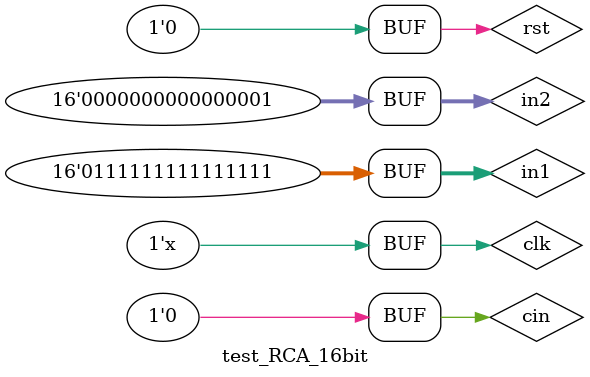
<source format=v>
`timescale 1ns / 1ps


module test_RCA_16bit;

	// Inputs
	reg clk;
	reg rst;
	reg [15:0] in1;
	reg [15:0] in2;
	reg cin;

	// Outputs
	wire [15:0] out;
	wire cout;

	// Instantiate the Unit Under Test (UUT)
	wrapper_RCA_16bit uut (
		.clk(clk), 
		.rst(rst), 
		.in1(in1), 
		.in2(in2), 
		.cin(cin), 
		.out(out), 
		.cout(cout)
	);

	initial begin
		// Initialize Inputs
		clk <= 0;
		rst <= 0;
		in1 <= 0;
		in2 <= 0;
		cin <= 0;
	end
      
	always #10 clk=~clk;
	
	initial begin
		#100 rst <= 1'd0;
		in1<=16'd32767;
		in2<=16'd1;
	end	
		
endmodule


</source>
